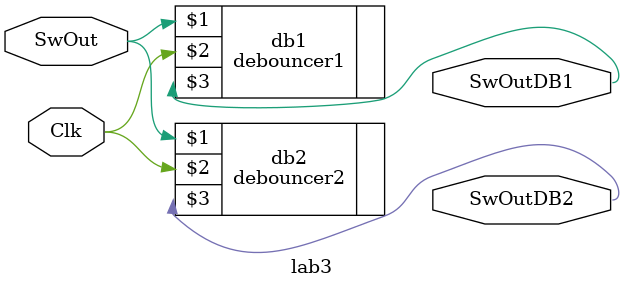
<source format=v>
module lab3 
(
	input wire Clk,SwOut,
	output wire SwOutDB1, SwOutDB2
);

	debouncer1 db1(SwOut,Clk,SwOutDB1);
	debouncer2 db2(SwOut,Clk,SwOutDB2);

endmodule 
</source>
